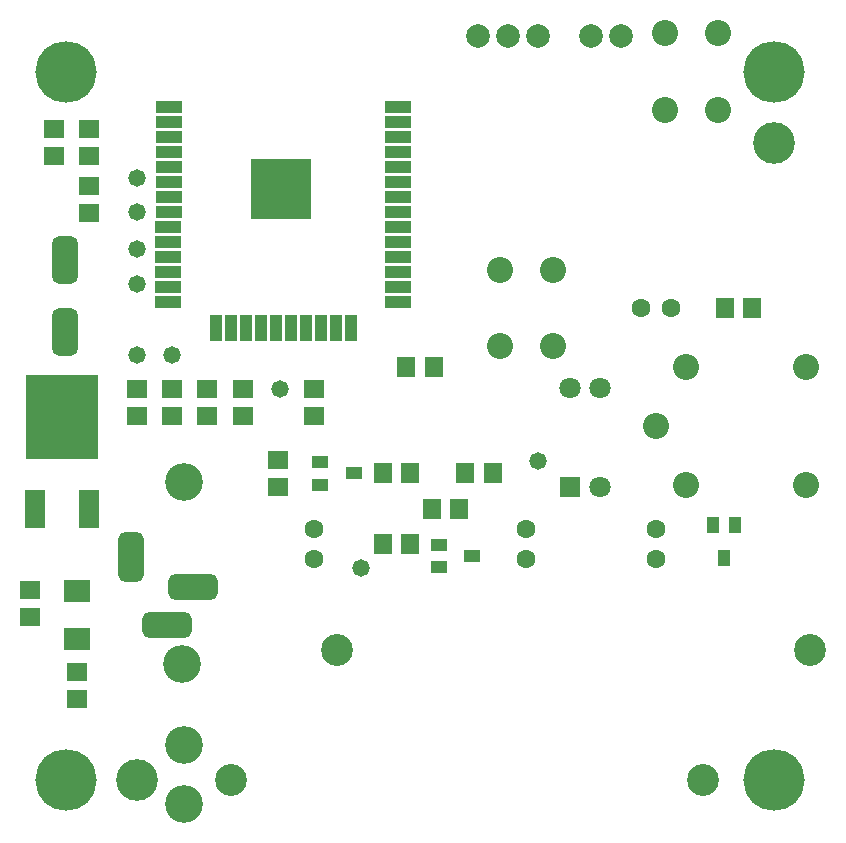
<source format=gts>
G04 Layer_Color=8388736*
%FSLAX25Y25*%
%MOIN*%
G70*
G01*
G75*
%ADD42R,0.20485X0.20485*%
%ADD43R,0.04343X0.08674*%
%ADD44R,0.08674X0.04343*%
%ADD45R,0.09068X0.07690*%
%ADD46R,0.06706X0.05918*%
%ADD47R,0.24422X0.28359*%
%ADD48R,0.07099X0.12611*%
%ADD49R,0.05918X0.06706*%
%ADD50R,0.05524X0.03950*%
G04:AMPARAMS|DCode=51|XSize=158mil|YSize=88mil|CornerRadius=24mil|HoleSize=0mil|Usage=FLASHONLY|Rotation=90.000|XOffset=0mil|YOffset=0mil|HoleType=Round|Shape=RoundedRectangle|*
%AMROUNDEDRECTD51*
21,1,0.15800,0.04000,0,0,90.0*
21,1,0.11000,0.08800,0,0,90.0*
1,1,0.04800,0.02000,0.05500*
1,1,0.04800,0.02000,-0.05500*
1,1,0.04800,-0.02000,-0.05500*
1,1,0.04800,-0.02000,0.05500*
%
%ADD51ROUNDEDRECTD51*%
%ADD52C,0.12611*%
%ADD53R,0.03950X0.05524*%
%ADD54C,0.20485*%
%ADD55C,0.08674*%
G04:AMPARAMS|DCode=56|XSize=165.48mil|YSize=86.74mil|CornerRadius=23.68mil|HoleSize=0mil|Usage=FLASHONLY|Rotation=0.000|XOffset=0mil|YOffset=0mil|HoleType=Round|Shape=RoundedRectangle|*
%AMROUNDEDRECTD56*
21,1,0.16548,0.03937,0,0,0.0*
21,1,0.11811,0.08674,0,0,0.0*
1,1,0.04737,0.05905,-0.01968*
1,1,0.04737,-0.05905,-0.01968*
1,1,0.04737,-0.05905,0.01968*
1,1,0.04737,0.05905,0.01968*
%
%ADD56ROUNDEDRECTD56*%
G04:AMPARAMS|DCode=57|XSize=165.48mil|YSize=86.74mil|CornerRadius=23.68mil|HoleSize=0mil|Usage=FLASHONLY|Rotation=90.000|XOffset=0mil|YOffset=0mil|HoleType=Round|Shape=RoundedRectangle|*
%AMROUNDEDRECTD57*
21,1,0.16548,0.03937,0,0,90.0*
21,1,0.11811,0.08674,0,0,90.0*
1,1,0.04737,0.01968,0.05905*
1,1,0.04737,0.01968,-0.05905*
1,1,0.04737,-0.01968,-0.05905*
1,1,0.04737,-0.01968,0.05905*
%
%ADD57ROUNDEDRECTD57*%
%ADD58C,0.06312*%
%ADD59C,0.10642*%
%ADD60C,0.07887*%
%ADD61C,0.07099*%
%ADD62R,0.07099X0.07099*%
%ADD63C,0.13874*%
%ADD64C,0.05800*%
D42*
X-46457Y79134D02*
D03*
D43*
X-63150Y32717D02*
D03*
X-68150D02*
D03*
X-43150Y32677D02*
D03*
X-48150D02*
D03*
X-53150D02*
D03*
X-58150D02*
D03*
X-38150D02*
D03*
X-33150D02*
D03*
X-28150D02*
D03*
X-23150D02*
D03*
D44*
X-83819Y106339D02*
D03*
Y101339D02*
D03*
Y96339D02*
D03*
Y91339D02*
D03*
Y71339D02*
D03*
Y76339D02*
D03*
Y81339D02*
D03*
Y86339D02*
D03*
X-83858Y46339D02*
D03*
Y41339D02*
D03*
Y51339D02*
D03*
Y56339D02*
D03*
Y61339D02*
D03*
Y66339D02*
D03*
X-7480D02*
D03*
Y61339D02*
D03*
Y56339D02*
D03*
Y51339D02*
D03*
Y41339D02*
D03*
Y46339D02*
D03*
X-7441Y86339D02*
D03*
Y81339D02*
D03*
Y76339D02*
D03*
Y71339D02*
D03*
Y91339D02*
D03*
Y96339D02*
D03*
Y101339D02*
D03*
Y106339D02*
D03*
D45*
X-114173Y-55118D02*
D03*
Y-70866D02*
D03*
D46*
X-129921Y-63583D02*
D03*
Y-54528D02*
D03*
X-110236Y70866D02*
D03*
Y79921D02*
D03*
X-122047Y89961D02*
D03*
Y99016D02*
D03*
X-110236D02*
D03*
Y89961D02*
D03*
X-70866Y12402D02*
D03*
Y3347D02*
D03*
X-82677D02*
D03*
Y12402D02*
D03*
X-59055Y3347D02*
D03*
Y12402D02*
D03*
X-114173Y-91142D02*
D03*
Y-82087D02*
D03*
X-35433Y3347D02*
D03*
Y12402D02*
D03*
X-47244Y-11220D02*
D03*
Y-20276D02*
D03*
X-94488Y3347D02*
D03*
Y12402D02*
D03*
D47*
X-119232Y3126D02*
D03*
D48*
X-110236Y-27559D02*
D03*
X-128228D02*
D03*
D49*
X110827Y39370D02*
D03*
X101772D02*
D03*
X4528Y19685D02*
D03*
X-4528D02*
D03*
X15157Y-15748D02*
D03*
X24213D02*
D03*
X-3347D02*
D03*
X-12402D02*
D03*
X3937Y-27559D02*
D03*
X12992D02*
D03*
X-12402Y-39370D02*
D03*
X-3347D02*
D03*
D50*
X17421Y-43307D02*
D03*
X6201Y-47047D02*
D03*
Y-39567D02*
D03*
X-21949Y-15748D02*
D03*
X-33169Y-19488D02*
D03*
Y-12008D02*
D03*
D51*
X-118193Y55283D02*
D03*
Y31283D02*
D03*
D52*
X-78740Y-106299D02*
D03*
Y-125984D02*
D03*
X-79240Y-79185D02*
D03*
X-78740Y-18685D02*
D03*
D53*
X101279Y-44094D02*
D03*
X97539Y-32874D02*
D03*
X105020D02*
D03*
D54*
X118110Y-118110D02*
D03*
X-118110D02*
D03*
Y118110D02*
D03*
X118110D02*
D03*
D55*
X26575Y26575D02*
D03*
Y52165D02*
D03*
X44291Y26575D02*
D03*
Y52165D02*
D03*
X128740Y-19685D02*
D03*
Y19685D02*
D03*
X88583Y-19685D02*
D03*
Y19685D02*
D03*
X78740Y0D02*
D03*
X81693Y105315D02*
D03*
Y130905D02*
D03*
X99410Y105315D02*
D03*
Y130905D02*
D03*
D56*
X-84240Y-66185D02*
D03*
X-75740Y-53685D02*
D03*
D57*
X-96457Y-43685D02*
D03*
D58*
X73740Y39370D02*
D03*
X83740D02*
D03*
X35433Y-44370D02*
D03*
Y-34370D02*
D03*
X78740D02*
D03*
Y-44370D02*
D03*
X-35433D02*
D03*
Y-34370D02*
D03*
D59*
X94488Y-118110D02*
D03*
X-62992D02*
D03*
X129921Y-74803D02*
D03*
X-27559D02*
D03*
D60*
X56929Y129921D02*
D03*
X66929D02*
D03*
X19370D02*
D03*
X29370D02*
D03*
X39370D02*
D03*
D61*
X60118Y12563D02*
D03*
X50118D02*
D03*
X60118Y-20437D02*
D03*
D62*
X50118D02*
D03*
D63*
X118110Y94488D02*
D03*
X-94488Y-118110D02*
D03*
D64*
X-82677Y23622D02*
D03*
X-94488D02*
D03*
X-46654Y12402D02*
D03*
X-19685Y-47244D02*
D03*
X-94488Y82677D02*
D03*
Y71339D02*
D03*
Y59055D02*
D03*
Y47244D02*
D03*
X39370Y-11811D02*
D03*
M02*

</source>
